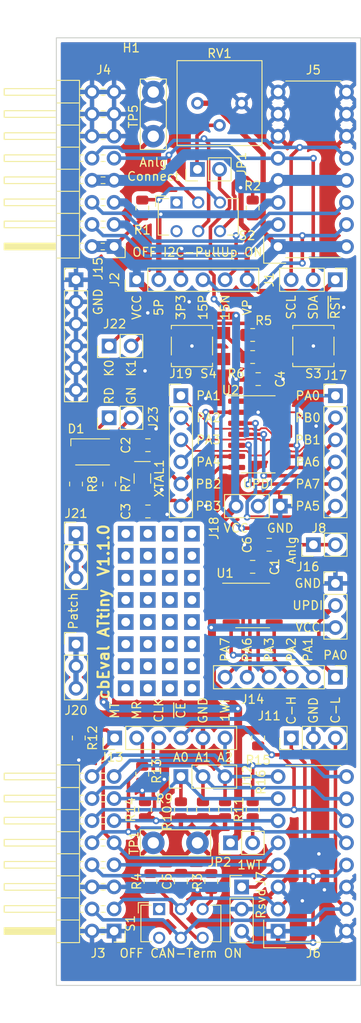
<source format=kicad_pcb>
(kicad_pcb (version 20210623) (generator pcbnew)
  (title_block (title "cbEval ATtiny412 & ATtiny1614") (rev "1.0.0"))
  (layers (0 "F.Cu" signal) (31 "B.Cu" signal) (34 "B.Paste" user) (35 "F.Paste" user) (36 "B.SilkS" user "B.Silkscreen") (37 "F.SilkS" user "F.Silkscreen") (38 "B.Mask" user) (39 "F.Mask" user) (44 "Edge.Cuts" user))
  (property "TITLE" "cbEval ATtiny")
  (property "VERSION" "V1.1.0")
  (net 0 "")
  (net 1 "VCC")
  (net 2 "GND")
  (net 3 "+5V")
  (net 4 "+3V3")
  (net 5 "/Reserved1")
  (net 6 "/SPI-ADR2")
  (net 7 "/One-Wire")
  (net 8 "+VDC")
  (net 9 "Net-(C5-Pad1)")
  (net 10 "Net-(R3-Pad2)")
  (net 11 "Net-(R4-Pad2)")
  (net 14 "-15V")
  (net 15 "+15V")
  (net 16 "/I2C-SCL")
  (net 17 "/I2C-SDA")
  (net 18 "/SPI-ADR1")
  (net 19 "/SPI-ADR0")
  (net 20 "/SPI-~{CE}")
  (net 21 "/SPI-CLK")
  (net 22 "/SPI-MRST")
  (net 23 "/SPI-MTSR")
  (net 24 "/CAN-L")
  (net 25 "/CAN-H")
  (net 26 "Net-(R1-Pad1)")
  (net 27 "Net-(R2-Pad1)")
  (net 28 "Net-(J14-Pad6)")
  (net 29 "Net-(J14-Pad5)")
  (net 30 "Net-(J14-Pad4)")
  (net 31 "Net-(J14-Pad3)")
  (net 32 "Net-(J14-Pad2)")
  (net 33 "Net-(J14-Pad1)")
  (net 34 "/PA5")
  (net 35 "/PA7")
  (net 36 "/PA6")
  (net 37 "/PB1")
  (net 38 "/PB0")
  (net 39 "/PA0")
  (net 40 "PB2")
  (net 41 "PB3")
  (net 42 "/PA4")
  (net 43 "/PA3")
  (net 44 "/PA2")
  (net 45 "/PA1")
  (net 48 "Net-(D1-Pad4)")
  (net 49 "Net-(D1-Pad3)")
  (net 50 "Net-(J20-Pad1)")
  (net 51 "Net-(D1-Pad2)")
  (net 52 "Net-(D1-Pad1)")
  (net 53 "Net-(J21-Pad1)")
  (net 54 "Net-(J22-Pad1)")
  (net 55 "Net-(J22-Pad2)")
  (net 56 "/Reserved0")
  (net 57 "Net-(C6-Pad1)")
  (net 58 "Net-(JP1-Pad1)")
  (net 59 "Net-(JP2-Pad2)")
  (footprint "BTech.Housing:Camdenboss.CIME.E.BE3500S.1x" (layer "F.Cu") (at 146.05 100.965)
    (fp_text reference "H1")
    (fp_text value "CIME.E.BE3500S.1x")
    (fp_line (start -17.5 54.5) (end -17.5 -54.5) (layer "Edge.Cuts") (width 0.12))
    (fp_line (start 17.5 54.5) (end -17.5 54.5) (layer "Edge.Cuts") (width 0.12))
    (fp_line (start -17.5 -54.5) (end 17.5 -54.5) (layer "Edge.Cuts") (width 0.12))
    (fp_line (start 17.5 -54.5) (end 17.5 54.5) (layer "Edge.Cuts") (width 0.12))
  )
  (footprint "Resistor_SMD:R_0805_2012Metric" (layer "F.Cu") (at 130.81 97.79 90)
    (fp_text reference "R8")
    (fp_text value "649R" hide)
  )
  (footprint "Resistor_SMD:R_0805_2012Metric" (layer "F.Cu") (at 151.13 80.645)
    (fp_text reference "R5")
    (fp_text value "4k7" hide)
  )
  (footprint "Resistor_SMD:R_0805_2012Metric" (layer "F.Cu") (at 138.7475 135.255 90)
    (fp_text reference "R14")
    (fp_text value "10k" hide)
  )
  (footprint "Connector_PinHeader_2.54mm:PinHeader_1x03_P2.54mm_Vertical" (layer "F.Cu") (at 160.64 74.295 -90)
    (fp_text reference "J1")
    (fp_text value "Bergstik-II_3" hide)
  )
  (footprint "Resistor_SMD:R_0805_2012Metric" (layer "F.Cu") (at 142.875 135.255 -90)
    (fp_text reference "R9")
    (fp_text value "10k" hide)
  )
  (footprint "LED_SMD:LED_Avago_PLCC4_3.2x2.8mm_CW" (layer "F.Cu") (at 132.715 94.095)
    (fp_text reference "D1")
    (fp_text value "E682KRKGWT" hide)
  )
  (footprint "Connector_PinHeader_2.54mm:PinHeader_1x03_P2.54mm_Vertical" (layer "F.Cu") (at 130.81 103.505)
    (fp_text reference "J21")
    (fp_text value "Bergstik-II_3" hide)
  )
  (footprint "Potentiometer_THT:Potentiometer_Bourns_3386P_Vertical" (layer "F.Cu") (at 144.78 53.99 -90)
    (fp_text reference "RV1")
    (fp_text value "4k7" hide)
  )
  (footprint "Capacitor_SMD:C_0805_2012Metric" (layer "F.Cu") (at 139.08 100.945)
    (fp_text reference "C3")
    (fp_text value "FixMe" hide)
  )
  (footprint "Connector_PinHeader_2.54mm:PinHeader_1x03_P2.54mm_Vertical" (layer "F.Cu") (at 130.81 116.205)
    (fp_text reference "J20")
    (fp_text value "Bergstik-II_3" hide)
  )
  (footprint "Package_SO:SOIC-8_3.9x4.9mm_P1.27mm" (layer "F.Cu") (at 151.13 111.76)
    (fp_text reference "U1")
    (fp_text value "ATtiny412-SSFR" hide)
  )
  (footprint "Crystal:Crystal_SMD_MicroCrystal_CC7V-T1A-2Pin_3.2x1.5mm" (layer "F.Cu") (at 138.445 97.155 -90)
    (fp_text reference "XTAL1")
    (fp_text value "CC7VT1A.12P5" hide)
  )
  (footprint "Connector_PinHeader_2.54mm:PinHeader_1x03_P2.54mm_Vertical" (layer "F.Cu") (at 155.575 127 90)
    (fp_text reference "J11")
    (fp_text value "Bergstik-II_3" hide)
  )
  (footprint "Button_Switch_THT:SW_CuK_JS202011CQN_DPDT_Straight" (layer "F.Cu") (at 142.3725 65.405)
    (fp_text reference "S2")
    (fp_text value "C&K-JS202011" hide)
  )
  (footprint "BTech.Connector.AMPMODU-ModII:Socket.Hor.2x5.6-5535512-4" (layer "F.Cu") (at 161.925 141.605)
    (fp_text reference "J6")
    (fp_text value "Socket.Hor.2x8.1-5535512-8" hide)
  )
  (footprint "Resistor_SMD:R_0805_2012Metric" (layer "F.Cu") (at 134.62 97.79 90)
    (fp_text reference "R7")
    (fp_text value "649R" hide)
  )
  (footprint "BTech.PCB:Stripfield-4x4" (layer "F.Cu") (at 136.525 111.125)
    (fp_text reference "H3" hide)
    (fp_text value "Stripfield-4x4" hide)
  )
  (footprint "BTech.PCB:Stripfield-4x4" (layer "F.Cu") (at 136.525 121.285)
    (fp_text reference "H2" hide)
    (fp_text value "Stripfield-4x4" hide)
  )
  (footprint "Connector_PinHeader_2.54mm:PinHeader_1x03_P2.54mm_Vertical" (layer "F.Cu") (at 160.655 109.22)
    (fp_text reference "J16")
    (fp_text value "Bergstik-II_3" hide)
  )
  (footprint "Capacitor_SMD:C_0805_2012Metric" (layer "F.Cu") (at 142.875 143.51 -90)
    (fp_text reference "C5")
    (fp_text value "4n7" hide)
  )
  (footprint "Resistor_SMD:R_0805_2012Metric" (layer "F.Cu") (at 151.13 135.255 90)
    (fp_text reference "R16")
    (fp_text value "4k7" hide)
  )
  (footprint "Connector_PinHeader_2.54mm:PinHeader_1x02_P2.54mm_Vertical" (layer "F.Cu") (at 144.78 61.595 90)
    (fp_text reference "JP1")
    (fp_text value "Bergstik-II_2" hide)
  )
  (footprint "TestPoint:TestPoint_Bridge_Pitch5.08mm_Drill1.3mm" (layer "F.Cu") (at 139.7 139.065)
    (fp_text reference "TP1")
    (fp_text value "TAB1287" hide)
  )
  (footprint "Connector_PinHeader_2.54mm:PinHeader_1x03_P2.54mm_Vertical" (layer "F.Cu") (at 149.86 144.145)
    (fp_text reference "J7")
    (fp_text value "Bergstik-II_3" hide)
  )
  (footprint "TestPoint:TestPoint_Bridge_Pitch5.08mm_Drill1.3mm" (layer "F.Cu") (at 139.7 52.705 -90)
    (fp_text reference "TP5")
    (fp_text value "TAB1287" hide)
  )
  (footprint "Resistor_SMD:R_0805_2012Metric" (layer "F.Cu") (at 146.3675 143.51 -90)
    (fp_text reference "R3")
    (fp_text value "60R4" hide)
  )
  (footprint "Resistor_SMD:R_0805_2012Metric" (layer "F.Cu") (at 138.43 66.04 -90)
    (fp_text reference "R1")
    (fp_text value "4k7" hide)
  )
  (footprint "Connector_PinHeader_2.54mm:PinHeader_2x08_P2.54mm_Horizontal" (layer "F.Cu") (at 135.19 149.21 180)
    (fp_text reference "J3")
    (fp_text value "Header.Hor.2x8.9-103326-0-08" hide)
  )
  (footprint "Resistor_SMD:R_0805_2012Metric" (layer "F.Cu") (at 131.1275 127 -90)
    (fp_text reference "R12")
    (fp_text value "10k" hide)
  )
  (footprint "Resistor_SMD:R_0805_2012Metric" (layer "F.Cu") (at 151.13 66.04 -90)
    (fp_text reference "R2")
    (fp_text value "4k7" hide)
  )
  (footprint "Connector_PinHeader_2.54mm:PinHeader_2x08_P2.54mm_Horizontal" (layer "F.Cu") (at 135.19 70.47 180)
    (fp_text reference "J4")
    (fp_text value "Header.Hor.2x8.9-103326-0-08" hide)
  )
  (footprint "Capacitor_SMD:C_0805_2012Metric" (layer "F.Cu") (at 151.13 107.315)
    (fp_text reference "C1")
    (fp_text value "100n" hide)
  )
  (footprint "Resistor_SMD:R_0805_2012Metric" (layer "F.Cu") (at 147.955 135.255 -90)
    (fp_text reference "R11")
    (fp_text value "10k" hide)
  )
  (footprint "Resistor_SMD:R_0805_2012Metric" (layer "F.Cu") (at 138.43 131.1675 -90)
    (fp_text reference "R13")
    (fp_text value "10k" hide)
  )
  (footprint "Resistor_SMD:R_0805_2012Metric" (layer "F.Cu") (at 151.13 83.185 180)
    (fp_text reference "R6")
    (fp_text value "4k7" hide)
  )
  (footprint "Resistor_SMD:R_0805_2012Metric" (layer "F.Cu") (at 139.3825 143.51 -90)
    (fp_text reference "R4")
    (fp_text value "60R4" hide)
  )
  (footprint "Connector_PinHeader_2.54mm:PinHeader_1x06_P2.54mm_Vertical" (layer "F.Cu") (at 135.255 127 90)
    (fp_text reference "J13")
    (fp_text value "Bergstik-II_6" hide)
  )
  (footprint "Connector_PinHeader_2.54mm:PinHeader_1x03_P2.54mm_Vertical" (layer "F.Cu") (at 142.875 131.445 90)
    (fp_text reference "J12")
    (fp_text value "Bergstik-II_3" hide)
  )
  (footprint "Connector_PinHeader_2.54mm:PinHeader_1x06_P2.54mm_Vertical" (layer "F.Cu") (at 137.795 74.295 90)
    (fp_text reference "J2")
    (fp_text value "Bergstik-II_6" hide)
  )
  (footprint "Package_SO:SOIC-14_3.9x8.7mm_P1.27mm" (layer "F.Cu") (at 151.765 92.075)
    (fp_text reference "U2")
    (fp_text value "ATtiny1614-SSFR" hide)
  )
  (footprint "Connector_PinHeader_2.54mm:PinHeader_1x02_P2.54mm_Vertical" (layer "F.Cu") (at 134.615 81.915 90)
    (fp_text reference "J22")
    (fp_text value "Bergstik-II_2" hide)
  )
  (footprint "BTech.Connector.AMPMODU-ModII:Socket.Hor.2x5.6-5535512-4" (layer "F.Cu") (at 161.925 62.865)
    (fp_text reference "J5")
    (fp_text value "Socket.Hor.2x8.1-5535512-8" hide)
  )
  (footprint "Connector_PinHeader_2.54mm:PinHeader_1x06_P2.54mm_Vertical" (layer "F.Cu") (at 160.655 87.63)
    (fp_text reference "J17")
    (fp_text value "Bergstik-II_6" hide)
  )
  (footprint "Capacitor_SMD:C_0805_2012Metric" (layer "F.Cu") (at 153.035 104.775 180)
    (fp_text reference "C6")
    (fp_text value "33n" hide)
  )
  (footprint "Connector_PinHeader_2.54mm:PinHeader_1x03_P2.54mm_Vertical" (layer "F.Cu") (at 154.305 100.33 -90)
    (fp_text reference "J18")
    (fp_text value "Bergstik-II_3" hide)
  )
  (footprint "Connector_PinHeader_2.54mm:PinHeader_1x06_P2.54mm_Vertical" (layer "F.Cu") (at 142.875 87.63)
    (fp_text reference "J19")
    (fp_text value "Bergstik-II_6" hide)
  )
  (footprint "Connector_PinHeader_2.54mm:PinHeader_1x06_P2.54mm_Vertical" (layer "F.Cu") (at 160.655 120.015 -90)
    (fp_text reference "J14")
    (fp_text value "Bergstik-II_6" hide)
  )
  (footprint "Capacitor_SMD:C_0805_2012Metric" (layer "F.Cu") (at 151.765 85.725)
    (fp_text reference "C4")
    (fp_text value "100n" hide)
  )
  (footprint "Button_Switch_SMD:SW_SPST_TL3305A" (layer "F.Cu") (at 158.115 81.915)
    (fp_text reference "S3")
    (fp_text value "TL3305A" hide)
  )
  (footprint "Button_Switch_THT:SW_CuK_JS202011CQN_DPDT_Straight" (layer "F.Cu") (at 140.375 146.685)
    (fp_text reference "S1")
    (fp_text value "C&K-JS202011" hide)
  )
  (footprint "Connector_PinHeader_2.54mm:PinHeader_1x02_P2.54mm_Vertical" (layer "F.Cu") (at 158.115 104.77 90)
    (fp_text reference "J8")
    (fp_text value "Bergstik-II_2" hide)
  )
  (footprint "Button_Switch_SMD:SW_SPST_TL3305A" (layer "F.Cu") (at 144.145 81.915)
    (fp_text reference "S4")
    (fp_text value "TL3305A" hide)
  )
  (footprint "Connector_PinHeader_2.54mm:PinHeader_1x02_P2.54mm_Vertical" (layer "F.Cu") (at 148.585 139.065 90)
    (fp_text reference "JP2")
    (fp_text value "Bergstik-II_2" hide)
  )
  (footprint "Connector_PinHeader_2.54mm:PinHeader_1x06_P2.54mm_Vertical" (layer "F.Cu") (at 130.81 74.295)
    (fp_text reference "J15")
    (fp_text value "Bergstik-II_6" hide)
  )
  (footprint "Resistor_SMD:R_0805_2012Metric" (layer "F.Cu") (at 151.765 127 -90)
    (fp_text reference "R15")
    (fp_text value "10k" hide)
  )
  (footprint "Capacitor_SMD:C_0805_2012Metric" (layer "F.Cu") (at 139.08 93.325)
    (fp_text reference "C2")
    (fp_text value "FixMe" hide)
  )
  (footprint "Resistor_SMD:R_0805_2012Metric" (layer "F.Cu") (at 145.415 135.255 -90)
    (fp_text reference "R10")
    (fp_text value "10k" hide)
  )
  (footprint "Connector_PinHeader_2.54mm:PinHeader_1x02_P2.54mm_Vertical" (layer "F.Cu") (at 134.62 90.17 90)
    (fp_text reference "J23")
    (fp_text value "Bergstik-II_2" hide)
  )
  (gr_text "RD" (at 134.62 87.63 90) (layer "F.SilkS") (effects (font (size 1 1))))
  (gr_text "Anlg\nConnect" (at 139.7 61.595) (layer "F.SilkS") (effects (font (size 1 1))))
  (gr_text "PA6" (at 157.48 95.25) (layer "F.SilkS") (effects (font (size 1 1))))
  (gr_text "UPDI" (at 151.765 97.79) (layer "F.SilkS") (effects (font (size 1 1))))
  (gr_text "PA7" (at 147.955 116.84 90) (layer "F.SilkS") (effects (font (size 1 1))))
  (gr_text "CLK" (at 140.335 123.825 90) (layer "F.SilkS") (effects (font (size 1 1))))
  (gr_text "PA1" (at 157.48 116.84 90) (layer "F.SilkS") (effects (font (size 1 1))))
  (gr_text "5P" (at 140.335 77.47 90) (layer "F.SilkS") (effects (font (size 1 1))))
  (gr_text "SDA" (at 158.1 77.47 90) (layer "F.SilkS") (effects (font (size 1 1))))
  (gr_text "PB3" (at 146.05 100.33) (layer "F.SilkS") (effects (font (size 1 1))))
  (gr_text "PB0" (at 157.48 90.17) (layer "F.SilkS") (effects (font (size 1 1))))
  (gr_text "${TITLE}" (at 133.985 116.205 90) (layer "F.SilkS") (effects (font (size 1.27 1.27) (thickness 0.254))))
  (gr_text "PA4" (at 146.05 95.25) (layer "F.SilkS") (effects (font (size 1 1))))
  (gr_text "PA7" (at 157.48 97.79) (layer "F.SilkS") (effects (font (size 1 1))))
  (gr_text "PB2" (at 146.05 97.79) (layer "F.SilkS") (effects (font (size 1 1))))
  (gr_text "GND" (at 145.415 123.825 90) (layer "F.SilkS") (effects (font (size 1 1))))
  (gr_text "~{CE}" (at 142.875 123.825 90) (layer "F.SilkS") (effects (font (size 1 1))))
  (gr_text "GN" (at 137.16 87.63 90) (layer "F.SilkS") (effects (font (size 1 1))))
  (gr_text "A2" (at 147.955 129.2225) (layer "F.SilkS") (effects (font (size 1 1))))
  (gr_text "1WT" (at 150.8125 141.605) (layer "F.SilkS") (effects (font (size 1 1))))
  (gr_text "GND" (at 157.48 109.22) (layer "F.SilkS") (effects (font (size 1 1))))
  (gr_text "PA3" (at 153.035 116.84 90) (layer "F.SilkS") (effects (font (size 1 1))))
  (gr_text "GND" (at 154.305 102.87) (layer "F.SilkS") (effects (font (size 1 1))))
  (gr_text "15N" (at 147.955 77.47 90) (layer "F.SilkS") (effects (font (size 1 1))))
  (gr_text "Patch" (at 130.4925 112.395 90) (layer "F.SilkS") (effects (font (size 1 1))))
  (gr_text "PA0" (at 160.655 117.475) (layer "F.SilkS") (effects (font (size 1 1))))
  (gr_text "${VERSION}" (at 133.985 105.41 90) (layer "F.SilkS") (effects (font (size 1.27 1.27) (thickness 0.254))))
  (gr_text "GND" (at 133.35 76.835 90) (layer "F.SilkS") (effects (font (size 1 1))))
  (gr_text "K1" (at 137.16 84.455 90) (layer "F.SilkS") (effects (font (size 1 1))))
  (gr_text "MT" (at 135.255 123.825 90) (layer "F.SilkS") (effects (font (size 1 1))))
  (gr_text "A0" (at 142.875 129.2225) (layer "F.SilkS") (effects (font (size 1 1))))
  (gr_text "UPDI" (at 157.48 111.76) (layer "F.SilkS") (effects (font (size 1 1))))
  (gr_text "PA2" (at 146.05 90.17) (layer "F.SilkS") (effects (font (size 1 1))))
  (gr_text "1Wi" (at 147.955 123.825 90) (layer "F.SilkS") (effects (font (size 1 1))))
  (gr_text "GND" (at 158.115 123.825 90) (layer "F.SilkS") (effects (font (size 1 1))))
  (gr_text "VCC" (at 149.225 102.87) (layer "F.SilkS") (effects (font (size 1 1))))
  (gr_text "SCL" (at 155.56 77.47 90) (layer "F.SilkS") (effects (font (size 1 1))))
  (gr_text "PA5" (at 157.48 100.33) (layer "F.SilkS") (effects (font (size 1 1))))
  (gr_text "15P" (at 145.415 77.47 90) (layer "F.SilkS") (effects (font (size 1 1))))
  (gr_text "PA1" (at 146.05 87.63) (layer "F.SilkS") (effects (font (size 1 1))))
  (gr_text "VCC" (at 157.48 114.3) (layer "F.SilkS") (effects (font (size 1 1))))
  (gr_text "PA2" (at 155.575 116.84 90) (layer "F.SilkS") (effects (font (size 1 1))))
  (gr_text "VCC" (at 137.795 77.47 90) (layer "F.SilkS") (effects (font (size 1 1))))
  (gr_text "PA6" (at 150.495 116.84 90) (layer "F.SilkS") (effects (font (size 1 1))))
  (gr_text "PA3" (at 146.05 92.71) (layer "F.SilkS") (effects (font (size 1 1))))
  (gr_text "VP" (at 150.495 77.47 90) (layer "F.SilkS") (effects (font (size 1 1))))
  (gr_text "~{RST}" (at 160.64 77.47 90) (layer "F.SilkS") (effects (font (size 1 1))))
  (gr_text "OFF CAN-Term ON" (at 142.875 151.765) (layer "F.SilkS") (effects (font (size 1 1))))
  (gr_text "3P3" (at 142.875 77.47 90) (layer "F.SilkS") (effects (font (size 1 1))))
  (gr_text "OFF I2C-PullUp ON" (at 144.78 71.12) (layer "F.SilkS") (effects (font (size 1 1))))
  (gr_text "PA0" (at 157.48 87.63) (layer "F.SilkS") (effects (font (size 1 1))))
  (gr_text "C-H" (at 155.575 123.825 90) (layer "F.SilkS") (effects (font (size 1 1))))
  (gr_text "C-L" (at 160.655 123.825 90) (layer "F.SilkS") (effects (font (size 1 1))))
  (gr_text "Rsvd" (at 152.0825 146.05 90) (layer "F.SilkS") (effects (font (size 1 1))))
  (gr_text "Anlg" (at 155.575 105.41 90) (layer "F.SilkS") (effects (font (size 1 1))))
  (gr_text "K0" (at 134.62 84.455 90) (layer "F.SilkS") (effects (font (size 1 1))))
  (gr_text "A1" (at 145.415 129.2225) (layer "F.SilkS") (effects (font (size 1 1))))
  (gr_text "PB1" (at 157.48 92.71) (layer "F.SilkS") (effects (font (size 1 1))))
  (gr_text "MR" (at 137.795 123.825 90) (layer "F.SilkS") (effects (font (size 1 1))))
  (segment (start 149.429594 123.620406) (end 146.448289 120.639101) (width 0.9144) (layer "F.Cu") (net 1))
  (segment (start 137.795 74.295) (end 141.9225 78.4225) (width 0.9144) (layer "F.Cu") (net 1))
  (segment (start 150.815 87.945) (end 150.815 85.725) (width 0.6096) (layer "F.Cu") (net 1))
  (segment (start 152.0425 83.86) (end 152.0425 83.185) (width 0.6096) (layer "F.Cu") (net 1))
  (segment (start 148.585 139.065) (end 149.461711 138.188289) (width 0.9144) (layer "F.Cu") (net 1))
  (segment (start 149.461711 123.652523) (end 149.429594 123.620406) (width 0.9144) (layer "F.Cu") (net 1))
  (segment (start 150.815 85.725) (end 150.815 85.0875) (width 0.6096) (layer "F.Cu") (net 1))
  (segment (start 150.495 88.265) (end 150.815 87.945) (width 0.6096) (layer "F.Cu") (net 1))
  (segment (start 141.9225 78.4225) (end 149.225 78.4225) (width 0.9144) (layer "F.Cu") (net 1))
  (segment (start 132.715 98.7425) (end 132.755 98.7025) (width 0.9144) (layer "F.Cu") (net 1))
  (segment (start 146.448289 120.639101) (end 146.448289 107.234211) (width 0.9144) (layer "F.Cu") (net 1))
  (segment (start 152.334364 66.740636) (end 152.334364 68.764364) (width 0.6096) (layer "F.Cu") (net 1))
  (segment (start 149.461711 138.188289) (end 149.461711 126.763289) (width 0.9144) (layer "F.Cu") (net 1))
  (segment (start 149.29 88.265) (end 150.495 88.265) (width 0.6096) (layer "F.Cu") (net 1))
  (segment (start 132.755 98.7025) (end 134.62 98.7025) (width 0.9144) (layer "F.Cu") (net 1))
  (segment (start 152.43375 68.86375) (end 154.055 70.485) (width 0.6096) (layer "F.Cu") (net 1))
  (segment (start 150.18 107.315) (end 146.529078 107.315) (width 0.6096) (layer "F.Cu") (net 1))
  (segment (start 150.1775 126.0475) (end 150.2175 126.0875) (width 0.9144) (layer "F.Cu") (net 1))
  (segment (start 152.0425 83.185) (end 152.0425 82.8275) (width 0.6096) (layer "F.Cu") (net 1))
  (segment (start 150.2175 81.0025) (end 150.2175 80.645) (width 0.6096) (layer "F.Cu") (net 1))
  (segment (start 151.13 66.9525) (end 152.1225 66.9525) (width 0.6096) (layer "F.Cu") (net 1))
  (segment (start 149.86 109.855) (end 150.18 109.535) (width 0.6096) (layer "F.Cu") (net 1))
  (segment (start 149.461711 126.763289) (end 150.1775 126.0475) (width 0.9144) (layer "F.Cu") (net 1))
  (segment (start 138.43 66.9525) (end 138.43 67.23) (width 0.4064) (layer "F.Cu") (net 1))
  (segment (start 146.448289 103.106711) (end 149.225 100.33) (width 0.9144) (layer "F.Cu") (net 1))
  (segment (start 149.461711 126.763289) (end 149.461711 123.652523) (width 0.9144) (layer "F.Cu") (net 1))
  (segment (start 132.715 98.7425) (end 132.675 98.7025) (width 0.9144) (layer "F.Cu") (net 1))
  (segment (start 150.18 109.535) (end 150.18 107.315) (width 0.6096) (layer "F.Cu") (net 1))
  (segment (start 152.334364 65.748136) (end 152.334364 59.812926) (width 0.6096) (layer "F.Cu") (net 1))
  (segment (start 152.334364 59.812926) (end 146.511438 53.99) (width 0.6096) (layer "F.Cu") (net 1))
  (segment (start 148.655 109.855) (end 149.86 109.855) (width 0.6096) (layer "F.Cu") (net 1))
  (segment (start 150.815 85.725) (end 149.225 85.725) (width 0.6096) (layer "F.Cu") (net 1))
  (segment (start 150.2175 126.0875) (end 151.765 126.0875) (width 0.9144) (layer "F.Cu") (net 1))
  (segment (start 132.675 98.7025) (end 130.81 98.7025) (width 0.9144) (layer "F.Cu") (net 1))
  (segment (start 152.334364 68.764364) (end 152.43375 68.86375) (width 0.6096) (layer "F.Cu") (net 1))
  (segment (start 132.715 100.0125) (end 132.715 98.7425) (width 0.9144) (layer "F.Cu") (net 1))
  (segment (start 150.815 85.0875) (end 152.0425 83.86) (width 0.6096) (layer "F.Cu") (net 1))
  (segment (start 152.0425 82.8275) (end 150.2175 81.0025) (width 0.6096) (layer "F.Cu") (net 1))
  (segment (start 138.43 67.23) (end 135.19 70.47) (width 0.4064) (layer "F.Cu") (net 1))
  (segment (start 133.985 101.2825) (end 132.715 100.0125) (width 0.9144) (layer "F.Cu") (net 1))
  (segment (start 133.985 122.8725) (end 133.985 101.2825) (width 0.9144) (layer "F.Cu") (net 1))
  (segment (start 146.511438 53.99) (end 144.78 53.99) (width 0.6096) (layer "F.Cu") (net 1))
  (segment (start 146.448289 107.234211) (end 146.448289 103.106711) (width 0.9144) (layer "F.Cu") (net 1))
  (segment (start 152.334364 65.748136) (end 152.334364 66.740636) (width 0.6096) (layer "F.Cu") (net 1))
  (segment (start 152.1225 66.9525) (end 152.334364 66.740636) (width 0.6096) (layer "F.Cu") (net 1))
  (segment (start 146.529078 107.315) (end 146.448289 107.234211) (width 0.6096) (layer "F.Cu") (net 1))
  (via (at 146.3675 114.3) (size 0.8) (drill 0.4) (layers "F.Cu" "B.Cu") (net 1))
  (via (at 149.225 78.4225) (size 0.8) (drill 0.4) (layers "F.Cu" "B.Cu") (net 1))
  (via (at 133.985 122.8725) (size 0.8) (drill 0.4) (layers "F.Cu" "B.Cu") (net 1))
  (via (at 149.225 85.725) (size 0.8) (drill 0.4) (layers "F.Cu" "B.Cu") (net 1))
  (via (at 149.429594 123.620406) (size 0.8) (drill 0.4) (layers "F.Cu" "B.Cu") (net 1))
  (segment (start 149.225 100.33) (end 149.120799 100.225799) (width 0.9144) (layer "B.Cu") (net 1))
  (segment (start 134.732906 123.620406) (end 133.985 122.8725) (width 0.9144) (layer "B.Cu") (net 1))
  (segment (start 154.055 70.485) (end 161.925 70.485) (width 1.27) (layer "B.Cu") (net 1))
  (segment (start 149.120799 85.829201) (end 149.225 85.725) (width 0.9144) (layer "B.Cu") (net 1))
  (segment (start 132.65 70.47) (end 135.19 70.47) (width 1.27) (layer "B.Cu") (net 1))
  (segment (start 137.795 74.295) (end 137.795 73.075) (width 0.9144) (layer "B.Cu") (net 1))
  (segment (start 149.120799 100.225799) (end 149.120799 85.829201) (width 0.9144) (layer "B.Cu") (net 1))
  (segment (start 151.932473 72.607527) (end 154.055 70.485) (width 1.27) (layer "B.Cu") (net 1))
  (segment (start 135.19 70.47) (end 137.327527 72.607527) (width 1.27) (layer "B.Cu") (net 1))
  (segment (start 149.429594 123.620406) (end 134.732906 123.620406) (width 0.9144) (layer "B.Cu") (net 1))
  (segment (start 160.655 114.3) (end 146.3675 114.3) (width 0.9144) (layer "B.Cu") (net 1))
  (segment (start 137.327527 72.607527) (end 151.932473 72.607527) (width 1.27) (layer "B.Cu") (net 1))
  (segment (start 149.225 85.725) (end 149.225 78.4225) (width 0.9144) (layer "B.Cu") (net 1))
  (segment (start 137.795 73.075) (end 137.327527 72.607527) (width 0.9144) (layer "B.Cu") (net 1))
  (segment (start 138.43 134.025) (end 138.7475 134.3425) (width 0.6096) (layer "F.Cu") (net 2))
  (segment (start 138.43 133.0325) (end 138.43 134.025) (width 0.6096) (layer "F.Cu") (net 2))
  (segment (start 138.43 132.08) (end 138.43 133.0325) (width 0.6096) (layer "F.Cu") (net 2))
  (segment (start 152.715 87.945) (end 152.715 85.725) (width 0.6096) (layer "F.Cu") (net 2))
  (segment (start 153.035 88.265) (end 152.715 87.945) (width 0.6096) (layer "F.Cu") (net 2))
  (segment (start 145.415 136.1675) (end 147.955 136.1675) (width 0.6096) (layer "F.Cu") (net 2))
  (segment (start 152.4 109.855) (end 152.08 109.535) (width 0.6096) (layer "F.Cu") (net 2))
  (segment (start 153.605 109.855) (end 152.4 109.855) (width 0.6096) (layer "F.Cu") (net 2))
  (segment (start 142.875 136.1675) (end 145.415 136.1675) (width 0.6096) (layer "F.Cu") (net 2))
  (segment (start 154.24 88.265) (end 153.035 88.265) (width 0.6096) (layer "F.Cu") (net 2))
  (segment (start 152.08 109.535) (end 152.08 107.315) (width 0.6096) (layer "F.Cu") (net 2))
  (via (at 144.145 81.915) (size 0.8) (drill 0.4) (layers "F.Cu" "B.Cu") (net 2))
  (via (at 153.9875 107.315) (size 0.8) (drill 0.4) (layers "F.Cu" "B.Cu") (net 2))
  (via (at 158.115 81.915) (size 0.8) (drill 0.4) (layers "F.Cu" "B.Cu") (net 2))
  (via (at 131.1275 129.54) (size 0.8) (drill 0.4) (layers "F.Cu" "B.Cu") (net 2))
  (via (at 139.065 78.105) (size 0.8) (drill 0.4) (layers "F.Cu" "B.Cu") (net 2))
  (via (at 159.385 144.4625) (size 0.8) (drill 0.4) (layers "F.Cu" "B.Cu") (net 2))
  (via (at 158.4325 91.1225) (size 0.8) (drill 0.4) (layers "F.Cu" "B.Cu") (net 2))
  (via (at 141.2875 101.2825) (size 0.8) (drill 0.4) (layers "F.Cu" "B.Cu") (net 2))
  (via (at 140.97 131.7625) (size 0.8) (drill 0.4) (layers "F.Cu" "B.Cu") (net 2))
  (via (at 145.7325 100.33) (size 0.8) (drill 0.4) (layers "F.Cu" "B.Cu") (net 2))
  (via (at 150.8125 77.47) (size 0.8) (drill 0.4) (layers "F.Cu" "B.Cu") (net 2))
  (via (at 143.8275 76.835) (size 0.8) (drill 0.4) (layers "F.Cu" "B.Cu") (net 2))
  (via (at 151.765 89.535) (size 0.8) (drill 0.4) (layers "F.Cu" "B.Cu") (net 2))
  (via (at 140.6525 98.425) (size 0.8) (drill 0.4) (layers "F.Cu" "B.Cu") (net 2))
  (via (at 156.845 145.7325) (size 0.8) (drill 0.4) (layers "F.Cu" "B.Cu") (net 2))
  (via (at 138.43 133.0325) (size 0.8) (drill 0.4) (layers "F.Cu" "B.Cu") (net 2))
  (via (at 138.7475 84.7725) (size 0.8) (drill 0.4) (layers "F.Cu" "B.Cu") (net 2))
  (via (at 158.75 140.335) (size 0.8) (drill 0.4) (layers "F.Cu" "B.Cu") (net 2))
  (via (at 145.7325 87.9475) (size 0.8) (drill 0.4) (layers "F.Cu" "B.Cu") (net 2))
  (via (at 150.1775 104.775) (size 0.8) (drill 0.4) (layers "F.Cu" "B.Cu") (net 2))
  (via (at 161.6075 77.47) (size 0.8) (drill 0.4) (layers "F.Cu" "B.Cu") (net 2))
  (via (at 140.0175 91.44) (size 0.8) (drill 0.4) (layers "F.Cu" "B.Cu") (net 2))
  (via (at 154.6225 85.725) (size 0.8) (drill 0.4) (layers "F.Cu" "B.Cu") (net 2))
  (via (at 144.78 144.4625) (size 0.8) (drill 0.4) (layers "F.Cu" "B.Cu") (net 2))
  (segment (start 140.335 74.295) (end 140.335 66.9925) (width 0.6096) (layer "F.Cu") (net 3))
  (segment (start 140.335 66.9925) (end 140.565789 66.761711) (width 0.6096) (layer "F.Cu") (net 3))
  (via (at 140.565789 66.761711) (size 0.8) (drill 0.4) (layers "F.Cu" "B.Cu") (net 3))
  (segment (start 152.852919 65.405) (end 154.055 65.405) (width 0.9144) (layer "B.Cu") (net 3))
  (segment (start 140.565789 66.761711) (end 151.496208 66.761711) (width 0.9144) (layer "B.Cu") (net 3))
  (segment (start 151.496208 66.761711) (end 152.852919 65.405) (width 0.9144) (layer "B.Cu") (net 3))
  (segment (start 137.827809 66.761711) (end 140.565789 66.761711) (width 0.9144) (layer "B.Cu") (net 3))
  (segment (start 135.19 65.39) (end 136.456098 65.39) (width 0.9144) (layer "B.Cu") (net 3))
  (segment (start 136.456098 65.39) (end 137.827809 66.761711) (width 0.9144) (layer "B.Cu") (net 3))
  (segment (start 142.875 70.8025) (end 142.967589 70.709911) (width 0.6096) (layer "F.Cu") (net 4))
  (segment (start 142.875 74.295) (end 142.875 70.8025) (width 0.6096) (layer "F.Cu") (net 4))
  (via (at 142.967589 70.709911) (size 0.8) (drill 0.4) (layers "F.Cu" "B.Cu") (net 4))
  (segment (start 142.967589 70.709911) (end 150.216187 70.709911) (width 0.9144) (layer "B.Cu") (net 4))
  (segment (start 150.216187 70.709911) (end 152.981098 67.945) (width 0.9144) (layer "B.Cu") (net 4))
  (segment (start 139.343814 70.709911) (end 142.967589 70.709911) (width 0.9144) (layer "B.Cu") (net 4))
  (segment (start 152.981098 67.945) (end 154.055 67.945) (width 0.9144) (layer "B.Cu") (net 4))
  (segment (start 136.563902 67.93) (end 139.343814 70.709911) (width 0.9144) (layer "B.Cu") (net 4))
  (segment (start 135.19 67.93) (end 136.563902 67.93) (width 0.9144) (layer "B.Cu") (net 4))
  (segment (start 158.115 142.875) (end 158.082289 142.907711) (width 0.4064) (layer "F.Cu") (net 5))
  (segment (start 158.082289 150.527711) (end 158.082289 142.907711) (width 0.4064) (layer "F.Cu") (net 5))
  (via (at 158.082289 142.907711) (size 0.8) (drill 0.4) (layers "F.Cu" "B.Cu") (net 5))
  (via (at 158.082289 150.527711) (size 0.8) (drill 0.4) (layers "F.Cu" "B.Cu") (net 5))
  (segment (start 133.902711 142.842711) (end 152.050211 142.842711) (width 0.4064) (layer "B.Cu") (net 5))
  (segment (start 158.115 150.495) (end 158.082289 150.527711) (width 0.4064) (layer "B.Cu") (net 5))
  (segment (start 152.0825 142.875) (end 160.655 142.875) (width 0.4064) (layer "B.Cu") (net 5))
  (segment (start 132.65 141.59) (end 133.902711 142.842711) (width 0.4064) (layer "B.Cu") (net 5))
  (segment (start 151.162711 150.527711) (end 158.082289 150.527711) (width 0.4064) (layer "B.Cu") (net 5))
  (segment (start 160.655 142.875) (end 161.925 141.605) (width 0.4064) (layer "B.Cu") (net 5))
  (segment (start 149.86 149.225) (end 151.162711 150.527711) (width 0.4064) (layer "B.Cu") (net 5))
  (segment (start 152.050211 142.842711) (end 152.0825 142.875) (width 0.4064) (layer "B.Cu") (net 5))
  (segment (start 147.955 134.3425) (end 147.955 131.445) (width 0.4064) (layer "F.Cu") (net 6))
  (segment (start 137.033622 129.586378) (end 146.096378 129.586378) (width 0.4064) (layer "B.Cu") (net 6))
  (segment (start 135.19 131.43) (end 137.033622 129.586378) (width 0.4064) (layer "B.Cu") (net 6))
  (segment (start 151.669387 131.445) (end 154.055001 131.445) (width 0.4064) (layer "B.Cu") (net 6))
  (segment (start 147.955 131.445) (end 151.669387 131.445) (width 0.4064) (layer "B.Cu") (net 6))
  (segment (start 146.096378 129.586378) (end 147.955 131.445) (width 0.4064) (layer "B.Cu") (net 6))
  (segment (start 151.13 134.3425) (end 151.13 130.175) (width 0.4064) (layer "F.Cu") (net 7))
  (via (at 151.13 130.175) (size 0.8) (drill 0.4) (layers "F.Cu" "B.Cu") (net 7))
  (segment (start 147.955 130.175) (end 151.13 130.175) (width 0.4064) (layer "B.Cu") (net 7))
  (segment (start 135.099533 128.980467) (end 146.760467 128.980467) (width 0.4064) (layer "B.Cu") (net 7))
  (segment (start 158.115 130.175) (end 159.385 131.445) (width 0.4064) (layer "B.Cu") (net 7))
  (segment (start 159.385 131.445) (end 161.925 131.445) (width 0.4064) (layer "B.Cu") (net 7))
  (segment (start 147.955 127) (end 147.955 130.175) (width 0.4064) (layer "B.Cu") (net 7))
  (segment (start 132.65 131.43) (end 135.099533 128.980467) (width 0.4064) (layer "B.Cu") (net 7))
  (segment (start 151.13 130.175) (end 158.115 130.175) (width 0.4064) (layer "B.Cu") (net 7))
  (segment (start 146.760467 128.980467) (end 147.955 130.175) (width 0.4064) (layer "B.Cu") (net 7))
  (segment (start 150.495 74.295) (end 151.849311 75.649311) (width 0.6096) (layer "F.Cu") (net 8))
  (segment (start 159.285689 75.649311) (end 160.64 74.295) (width 0.6096) (layer "F.Cu") (net 8))
  (segment (start 149.788633 63.746133) (end 149.7425 63.7) (width 0.6096) (layer "F.Cu") (net 8))
  (segment (start 150.495 68.58) (end 149.788633 67.873633) (width 0.6096) (layer "F.Cu") (net 8))
  (segment (start 151.849311 75.649311) (end 159.285689 75.649311) (width 0.6096) (layer "F.Cu") (net 8))
  (segment (start 150.495 74.295) (end 150.495 68.58) (width 0.6096) (layer "F.Cu") (net 8))
  (segment (start 149.788633 67.873633) (end 149.788633 63.746133) (width 0.6096) (layer "F.Cu") (net 8))
  (via (at 149.7425 63.7) (size 0.8) (drill 0.4) (layers "F.Cu" "B.Cu") (net 8))
  (segment (start 132.65 62.85) (end 135.19 62.85) (width 1.27) (layer "B.Cu") (net 8))
  (segment (start 149.7425 61.635241) (end 149.7425 63.7) (width 1.27) (layer "B.Cu") (net 8))
  (segment (start 153.22 63.7) (end 154.055 62.865) (width 1.27) (layer "B.Cu") (net 8))
  (segment (start 154.055 62.865) (end 161.925 62.865) (width 1.27) (layer "B.Cu") (net 8))
  (segment (start 135.19 62.85) (end 135.205 62.865) (width 1.27) (layer "B.Cu") (net 8))
  (segment (start 149.7425 63.7) (end 153.22 63.7) (width 1.27) (layer "B.Cu") (net 8))
  (segment (start 135.205 62.865) (end 140.335 62.865) (width 1.27) (layer "B.Cu") (net 8))
  (segment (start 148.017748 59.910489) (end 149.7425 61.635241) (width 1.27) (layer "B.Cu") (net 8))
  (segment (start 143.289511 59.910489) (end 148.017748 59.910489) (width 1.27) (layer "B.Cu") (net 8))
  (segment (start 140.335 62.865) (end 143.289511 59.910489) (width 1.27) (layer "B.Cu") (net 8))
  (segment (start 142.8375 142.5975) (end 142.875 142.56) (width 0.4064) (layer "F.Cu") (net 9))
  (segment (start 139.3825 142.5975) (end 142.8375 142.5975) (width 0.4064) (layer "F.Cu") (net 9))
  (segment (start 142.875 142.56) (end 146.33 142.56) (width 0.4064) (layer "F.Cu") (net 9))
  (segment (start 146.33 142.56) (end 146.3675 142.5975) (width 0.4064) (layer "F.Cu") (net 9))
  (segment (start 146.3675 145.6925) (end 145.375 146.685) (width 0.4064) (layer "F.Cu") (net 10))
  (segment (start 146.3675 144.4225) (end 146.3675 145.6925) (width 0.4064) (layer "F.Cu") (net 10))
  (segment (start 141.772289 147.141759) (end 144.61553 149.985) (width 0.4064) (layer "F.Cu") (net 11))
  (segment (start 144.61553 149.985) (end 145.375 149.985) (width 0.4064) (layer "F.Cu") (net 11))
  (segment (start 141.772289 145.876867) (end 141.772289 147.141759) (width 0.4064) (layer "F.Cu") (net 11))
  (segment (start 140.317922 144.4225) (end 141.772289 145.876867) (width 0.4064) (layer "F.Cu") (net 11))
  (segment (start 139.3825 144.4225) (end 140.317922 144.4225) (width 0.4064) (layer "F.Cu") (net 11))
  (segment (start 149.225 73.025) (end 149.225 69.215) (width 0.4064) (layer "F.Cu") (net 14))
  (segment (start 147.955 74.295) (end 149.225 73.025) (width 0.4064) (layer "F.Cu") (net 14))
  (via (at 149.225 69.215) (size 0.8) (drill 0.4) (layers "F.Cu" "B.Cu") (net 14))
  (segment (start 149.225 69.85) (end 149.86 69.85) (width 0.4064) (layer "B.Cu") (net 14))
  (segment (start 153.052289 66.657711) (end 160.672289 66.657711) (width 0.4064) (layer "B.Cu") (net 14))
  (segment (start 133.902711 66.642711) (end 136.492711 66.642711) (width 0.4064) (layer "B.Cu") (net 14))
  (segment (start 160.672289 66.657711) (end 161.925 65.405) (width 0.4064) (layer "B.Cu") (net 14))
  (segment (start 149.225 69.215) (end 149.225 69.85) (width 0.4064) (layer "B.Cu") (net 14))
  (segment (start 136.492711 66.642711) (end 139.7 69.85) (width 0.4064) (layer "B.Cu") (net 14))
  (segment (start 132.65 65.39) (end 133.902711 66.642711) (width 0.4064) (layer "B.Cu") (net 14))
  (segment (start 149.86 69.85) (end 153.052289 66.657711) (width 0.4064) (layer "B.Cu") (net 14))
  (segment (start 139.7 69.85) (end 149.225 69.85) (width 0.4064) (layer "B.Cu") (net 14))
  (segment (start 156.845 72.39) (end 156.845 69.215) (width 0.4064) (layer "F.Cu") (net 15))
  (via (at 156.845 69.215) (size 0.8) (drill 0.4) (layers "F.Cu" "B.Cu") (net 15))
  (via (at 156.845 72.39) (size 0.8) (drill 0.4) (layers "F.Cu" "B.Cu") (net 15))
  (segment (start 145.415 74.295) (end 145.915192 74.295) (width 0.4064) (layer "B.Cu") (net 15))
  (segment (start 136.442711 69.217289) (end 138.795244 71.569822) (width 0.4064) (layer "B.Cu") (net 15))
  (segment (start 132.65 67.93) (end 133.937289 69.217289) (width 0.4064) (layer "B.Cu") (net 15))
  (segment (start 160.655 69.215) (end 161.925 67.945) (width 0.4064) (layer "B.Cu") (net 15))
  (segment (start 147.167903 75.547711) (end 151.464789 75.547711) (width 0.4064) (layer "B.Cu") (net 15))
  (segment (start 138.795244 71.569822) (end 150.572374 71.569822) (width 0.4064) (layer "B.Cu") (net 15))
  (segment (start 150.572374 71.569822) (end 152.927196 69.215) (width 0.4064) (layer "B.Cu") (net 15))
  (segment (start 145.915192 74.295) (end 147.167903 75.547711) (width 0.4064) (layer "B.Cu") (net 15))
  (segment (start 154.6225 72.39) (end 156.845 72.39) (width 0.4064) (layer "B.Cu") (net 15))
  (segment (start 152.927196 69.215) (end 160.655 69.215) (width 0.4064) (layer "B.Cu") (net 15))
  (segment (start 133.937289 69.217289) (end 136.442711 69.217289) (width 0.4064) (layer "B.Cu") (net 15))
  (segment (start 151.464789 75.547711) (end 154.6225 72.39) (width 0.4064) (layer "B.Cu") (net 15))
  (segment (start 146.067289 67.510211) (end 146.067289 58.605441) (width 0.4064) (layer "F.Cu") (net 16))
  (segment (start 146.067289 58.605441) (end 145.531927 58.070079) (width 0.4064) (layer "F.Cu") (net 16))
  (segment (start 144.8725 68.705) (end 146.067289 67.510211) (width 0.4064) (layer "F.Cu") (net 16))
  (segment (start 155.56 74.295) (end 155.56 60.057078) (width 0.4064) (layer "F.Cu") (net 16))
  (segment (start 155.56 60.057078) (end 156.544789 59.072289) (width 0.4064) (layer "F.Cu") (net 16))
  (via (at 156.544789 59.072289) (size 0.8) (drill 0.4) (layers "F.Cu" "B.Cu") (net 16))
  (via (at 145.531927 58.070079) (size 0.8) (drill 0.4) (layers "F.Cu" "B.Cu") (net 16))
  (segment (start 142.052093 58.266867) (end 152.730687 58.266867) (width 0.4064) (layer "B.Cu") (net 16))
  (segment (start 136.158901 59.507299) (end 140.811661 59.507299) (width 0.4064) (layer "B.Cu") (net 16))
  (segment (start 140.811661 59.507299) (end 142.052093 58.266867) (width 0.4064) (layer "B.Cu") (net 16))
  (segment (start 160.672289 59.072289) (end 161.925 60.325) (width 0.4064) (layer "B.Cu") (net 16))
  (segment (start 152.730687 58.266867) (end 153.536109 59.072289) (width 0.4064) (layer "B.Cu") (net 16))
  (segment (start 132.65 60.31) (end 133.902711 59.057289) (width 0.4064) (layer "B.Cu") (net 16))
  (segment (start 156.544789 59.072289) (end 160.672289 59.072289) (width 0.4064) (layer "B.Cu") (net 16))
  (segment (start 135.708891 59.057289) (end 136.158901 59.507299) (width 0.4064) (layer "B.Cu") (net 16))
  (segment (start 153.536109 59.072289) (end 156.544789 59.072289) (width 0.4064) (layer "B.Cu") (net 16))
  (segment (start 133.902711 59.057289) (end 135.708891 59.057289) (width 0.4064) (layer "B.Cu") (net 16))
  (segment (start 158.1 74.295) (end 158.1 64.37) (width 0.4064) (layer "F.Cu") (net 17))
  (segment (start 158.1 60.34) (end 158.115 60.325) (width 0.4064) (layer "F.Cu") (net 17))
  (segment (start 158.1 64.37) (end 158.1 60.34) (width 0.4064) (layer "F.Cu") (net 17))
  (segment (start 144.8725 65.405) (end 141.50257 62.03507) (width 0.4064) (layer "F.Cu") (net 17))
  (segment (start 141.50257 62.03507) (end 141.50257 59.951582) (width 0.4064) (layer "F.Cu") (net 17))
  (via (at 158.115 60.325) (size 0.8) (drill 0.4) (layers "F.Cu" "B.Cu") (net 17))
  (via (at 141.50257 59.951582) (size 0.8) (drill 0.4) (layers "F.Cu" "B.Cu") (net 17))
  (segment (start 141.738555 59.754792) (end 141.69936 59.754792) (width 0.4064) (layer "B.Cu") (net 17))
  (segment (start 141.69936 59.754792) (end 141.50257 59.951582) (width 0.4064) (layer "B.Cu") (net 17))
  (segment (start 149.899803 60.325) (end 148.447582 58.872779) (width 0.4064) (layer "B.Cu") (net 17))
  (segment (start 141.144152 60.31) (end 141.50257 59.951582) (width 0.4064) (layer "B.Cu") (net 17))
  (segment (start 142.620568 58.872779) (end 141.738555 59.754792) (width 0.4064) (layer "B.Cu") (net 17))
  (segment (start 158.115 60.325) (end 154.055 60.325) (width 0.4064) (layer "B.Cu") (net 17))
  (segment (start 135.19 60.31) (end 141.144152 60.31) (width 0.4064) (layer "B.Cu") (net 17))
  (segment (start 154.055 60.325) (end 149.899803 60.325) (width 0.4064) (layer "B.Cu") (net 17))
  (segment (start 148.447582 58.872779) (end 142.620568 58.872779) (width 0.4064) (layer "B.Cu") (net 17))
  (segment (start 145.415 134.3425) (end 145.415 131.445) (width 0.4064) (layer "F.Cu") (net 18))
  (segment (start 145.415 131.445) (end 146.687289 132.717289) (width 0.4064) (layer "B.Cu") (net 18))
  (segment (start 135.887711 132.717289) (end 138.412711 130.192289) (width 0.4064) (layer "B.Cu") (net 18))
  (segment (start 138.412711 130.192289) (end 144.162289 130.192289) (width 0.4064) (layer "B.Cu") (net 18))
  (segment (start 132.65 133.97) (end 133.902711 132.717289) (width 0.4064) (layer "B.Cu") (net 18))
  (segment (start 144.162289 130.192289) (end 145.415 131.445) (width 0.4064) (layer "B.Cu") (net 18))
  (segment (start 159.385 133.985) (end 161.925 133.985) (width 0.4064) (layer "B.Cu") (net 18))
  (segment (start 151.349599 132.717289) (end 158.117289 132.717289) (width 0.4064) (layer "B.Cu") (net 18))
  (segment (start 146.687289 132.717289) (end 151.349599 132.717289) (width 0.4064) (layer "B.Cu") (net 18))
  (segment (start 133.902711 132.717289) (end 135.887711 132.717289) (width 0.4064) (layer "B.Cu") (net 18))
  (segment (start 158.117289 132.717289) (end 159.385 133.985) (width 0.4064) (layer "B.Cu") (net 18))
  (segment (start 142.875 134.3425) (end 142.875 131.445) (width 0.4064) (layer "F.Cu") (net 19))
  (segment (start 142.875 131.445) (end 145.415 133.985) (width 0.4064) (layer "B.Cu") (net 19))
  (segment (start 140.35 133.97) (end 142.875 131.445) (width 0.4064) (layer "B.Cu") (net 19))
  (segment (start 135.19 133.97) (end 140.35 133.97) (width 0.4064) (layer "B.Cu") (net 19))
  (segment (start 145.415 133.985) (end 154.055001 133.985) (width 0.4064) (layer "B.Cu") (net 19))
  (segment (start 154.337949 128.937949) (end 155.894789 130.494789) (width 0.4064) (layer "F.Cu") (net 20))
  (segment (start 152.294103 127.9125) (end 153.319551 128.937949) (width 0.4064) (layer "F.Cu") (net 20))
  (segment (start 155.894789 130.494789) (end 155.894789 135.257289) (width 0.4064) (layer "F.Cu") (net 20))
  (segment (start 151.765 127.9125) (end 152.294103 127.9125) (width 0.4064) (layer "F.Cu") (net 20))
  (segment (start 153.319551 128.937949) (end 154.337949 128.937949) (width 0.4064) (layer "F.Cu") (net 20))
  (via (at 155.894789 135.257289) (size 0.8) (drill 0.4) (layers "F.Cu" "B.Cu") (net 20))
  (via (at 153.319551 128.937949) (size 0.8) (drill 0.4) (layers "F.Cu" "B.Cu") (net 20))
  (segment (start 156.529789 135.257289) (end 156.5275 135.255) (width 0.4064) (layer "B.Cu") (net 20))
  (segment (start 133.902711 135.257289) (end 155.894789 135.257289) (width 0.4064) (layer "B.Cu") (net 20))
  (segment (start 144.127711 125.747289) (end 150.128891 125.747289) (width 0.4064) (layer "B.Cu") (net 20))
  (segment (start 156.525211 135.257289) (end 156.5275 135.255) (width 0.4064) (layer "B.Cu") (net 20))
  (segment (start 150.128891 125.747289) (end 153.319551 128.937949) (width 0.4064) (layer "B.Cu") (net 20))
  (segment (start 160.657289 135.257289) (end 156.529789 135.257289) (width 0.4064) (layer "B.Cu") (net 20))
  (segment (start 161.925 136.525) (end 160.657289 135.257289) (width 0.4064) (layer "B.Cu") (net 20))
  (segment (start 155.894789 135.257289) (end 156.525211 135.257289) (width 0.4064) (layer "B.Cu") (net 20))
  (segment (start 142.875 127) (end 144.127711 125.747289) (width 0.4064) (layer "B.Cu") (net 20))
  (segment (start 132.65 136.51) (end 133.902711 135.257289) (width 0.4064) (layer "B.Cu") (net 20))
  (segment (start 139.7 133.659352) (end 139.7 127.635) (width 0.4064) (layer "F.Cu") (net 21))
  (segment (start 139.850264 133.809616) (end 139.7 133.659352) (width 0.4064) (layer "F.Cu") (net 21))
  (segment (start 138.7475 136.1675) (end 139.66 136.1675) (width 0.4064) (layer "F.Cu") (net 21))
  (segment (start 139.66 136.1675) (end 140.0175 136.525) (width 0.4064) (layer "F.Cu") (net 21))
  (segment (start 139.7 127.635) (end 140.335 127) (width 0.4064) (layer "F.Cu") (net 21))
  (segment (start 138.7475 136.1675) (end 139.850264 135.064736) (width 0.4064) (layer "F.Cu") (net 21))
  (segment (start 139.850264 135.064736) (end 139.850264 133.809616) (width 0.4064) (layer "F.Cu") (net 21))
  (via (at 140.0175 136.525) (size 0.8) (drill 0.4) (layers "F.Cu" "B.Cu") (net 21))
  (segment (start 154.055001 136.525) (end 140.0175 136.525) (width 0.4064) (layer "B.Cu") (net 21))
  (segment (start 140.0025 136.51) (end 140.0175 136.525) (width 0.4064) (layer "B.Cu") (net 21))
  (segment (start 135.19 136.51) (end 140.0025 136.51) (width 0.4064) (layer "B.Cu") (net 21))
  (segment (start 138.43 127.635) (end 137.795 127) (width 0.4064) (layer "F.Cu") (net 22))
  (segment (start 138.43 130.255) (end 138.43 127.635) (width 0.4064) (layer "F.Cu") (net 22))
  (segment (start 138.43 130.255) (end 136.844789 131.840211) (width 0.4064) (layer "F.Cu") (net 22))
  (segment (start 136.844789 131.840211) (end 136.844789 137.797289) (width 0.4064) (layer "F.Cu") (net 22))
  (via (at 136.844789 137.797289) (size 0.8) (drill 0.4) (layers "F.Cu" "B.Cu") (net 22))
  (segment (start 136.844789 137.797289) (end 137.929291 137.797289) (width 0.4064) (layer "B.Cu") (net 22))
  (segment (start 151.967289 137.362289) (end 152.4 137.795) (width 0.4064) (layer "B.Cu") (net 22))
  (segment (start 137.929291 137.797289) (end 138.364291 137.362289) (width 0.4064) (layer "B.Cu") (net 22))
  (segment (start 132.65 139.05) (end 133.902711 137.797289) (width 0.4064) (layer "B.Cu") (net 22))
  (segment (start 152.4 137.795) (end 160.655 137.795) (width 0.4064) (layer "B.Cu") (net 22))
  (segment (start 160.655 137.795) (end 161.925 139.065) (width 0.4064) (layer "B.Cu") (net 22))
  (segment (start 138.364291 137.362289) (end 151.967289 137.362289) (width 0.4064) (layer "B.Cu") (net 22))
  (segment (start 133.902711 137.797289) (end 136.844789 137.797289) (width 0.4064) (layer "B.Cu") (net 22))
  (segment (start 133.937289 137.797289) (end 135.19 139.05) (width 0.4064) (layer "F.Cu") (net 23))
  (segment (start 134.3425 126.0875) (end 135.255 127) (width 0.4064) (layer "F.Cu") (net 23))
  (segment (start 135.255 127) (end 133.937289 128.317711) (width 0.4064) (layer "F.Cu") (net 23))
  (segment (start 131.1275 126.0875) (end 134.3425 126.0875) (width 0.4064) (layer "F.Cu") (net 23))
  (segment (start 133.937289 128.317711) (end 133.937289 137.797289) (width 0.4064) (layer "F.Cu") (net 23))
  (segment (start 135.19 139.05) (end 136.907711 140.767711) (width 0.4064) (layer "B.Cu") (net 23))
  (segment (start 136.907711 140.767711) (end 152.352289 140.767711) (width 0.4064) (layer "B.Cu") (net 23))
  (segment (start 152.352289 140.767711) (end 154.055 139.065) (width 0.4064) (layer "B.Cu") (net 23))
  (segment (start 160.655 127) (end 160.655 145.415) (width 0.4064) (layer "F.Cu") (net 24))
  (segment (start 160.655 145.415) (end 161.925 146.685) (width 0.4064) (layer "F.Cu") (net 24))
  (segment (start 152.0825 147.955) (end 155.8925 147.955) (width 0.4064) (layer "B.Cu") (net 24))
  (segment (start 142.875 149.985) (end 144.887711 147.972289) (width 0.4064) (layer "B.Cu") (net 24))
  (segment (start 158.115 147.955) (end 159.385 146.685) (width 0.4064) (layer "B.Cu") (net 24))
  (segment (start 152.065211 147.972289) (end 152.0825 147.955) (width 0.4064) (layer "B.Cu") (net 24))
  (segment (start 159.385 146.685) (end 161.925 146.685) (width 0.4064) (layer "B.Cu") (net 24))
  (segment (start 133.902711 147.922711) (end 140.812711 147.922711) (width 0.4064) (layer "B.Cu") (net 24))
  (segment (start 140.812711 147.922711) (end 142.875 149.985) (width 0.4064) (layer "B.Cu") (net 24))
  (segment (start 132.65 146.67) (end 133.902711 147.922711) (width 0.4064) (layer "B.Cu") (net 24))
  (segment (start 144.887711 147.972289) (end 152.065211 147.972289) (width 0.4064) (layer "B.Cu") (net 24))
  (segment (start 155.8925 147.955) (end 158.115 147.955) (width 0.4064) (layer "B.Cu") (net 24))
  (segment (start 157.133411 143.606589) (end 154.055 146.685) (width 0.4064) (layer "F.Cu") (net 25))
  (segment (start 157.133411 129.8575) (end 157.133411 143.606589) (width 0.4064) (layer "F.Cu") (net 25))
  (segment (start 155.575 128.299089) (end 157.133411 129.8575) (width 0.4064) (layer "F.Cu") (net 25))
  (segment (start 155.575 127) (end 155.575 128.299089) (width 0.4064) (layer "F.Cu") (net 25))
  (segment (start 144.127711 145.432289) (end 152.802289 145.432289) (width 0.4064) (layer "B.Cu") (net 25))
  (segment (start 136.277711 145.582289) (end 141.772289 145.582289) (width 0.4064) (layer "B.Cu") (net 25))
  (segment (start 152.802289 145.432289) (end 154.055 146.685) (width 0.4064) (layer "B.Cu") (net 25))
  (segment (start 135.19 146.67) (end 136.277711 145.582289) (width 0.4064) (layer "B.Cu") (net 25))
  (segment (start 142.875 146.685) (end 144.127711 145.432289) (width 0.4064) (layer "B.Cu") (net 25))
  (segment (start 141.772289 145.582289) (end 142.875 146.685) (width 0.4064) (layer "B.Cu") (net 25))
  (segment (start 140.335 65.0875) (end 138.47 65.0875) (width 0.4064) (layer "F.Cu") (net 26))
  (segment (start 138.47 65.0875) (end 138.43 65.1275) (width 0.4064) (layer "F.Cu") (net 26))
  (via (at 140.335 65.0875) (size 0.8) (drill 0.4) (layers "F.Cu" "B.Cu") (net 26))
  (segment (start 147.3725 65.405) (end 145.785 63.8175) (width 0.4064) (layer "B.Cu") (net 26))
  (segment (start 145.785 63.8175) (end 141.605 63.8175) (width 0.4064) (layer "B.Cu") (net 26))
  (segment (start 141.605 63.8175) (end 140.335 65.0875) (width 0.4064) (layer "B.Cu") (net 26))
  (segment (start 151.13 63.1825) (end 150.495 62.5475) (width 0.4064) (layer "F.Cu") (net 27))
  (segment (start 149.081122 64.697265) (end 149.081122 66.996378) (width 0.4064) (layer "F.Cu") (net 27))
  (segment (start 149.5425 62.5475) (end 148.9075 63.1825) (width 0.4064) (layer "F.Cu") (net 27))
  (segment (start 151.13 65.1275) (end 151.13 63.1825) (width 0.4064) (layer "F.Cu") (net 27))
  (segment (start 149.081122 66.996378) (end 147.3725 68.705) (width 0.4064) (layer "F.Cu") (net 27))
  (segment (start 150.495 62.5475) (end 149.5425 62.5475) (width 0.4064) (layer "F.Cu") (net 27))
  (segment (start 148.9075 64.523642) (end 149.081122 64.697265) (width 0.4064) (layer "F.Cu") (net 27))
  (segment (start 148.9075 63.1825) (end 148.9075 64.523642) (width 0.4064) (layer "F.Cu") (net 27))
  (segment (start 148.655 112.395) (end 149.554812 112.395) (width 0.4064) (layer "F.Cu") (net 28))
  (segment (start 149.554812 112.395) (end 150.032746 112.872934) (width 0.4064) (layer "F.Cu") (net 28))
  (segment (start 150.032746 117.937254) (end 147.955 120.015) (width 0.4064) (layer "F.Cu") (net 28))
  (segment (start 150.032746 112.872934) (end 150.032746 117.937254) (width 0.4064) (layer "F.Cu") (net 28))
  (segment (start 149.86 111.125) (end 150.8125 112.0775) (width 0.4064) (layer "F.Cu") (net 29))
  (segment (start 148.655 111.125) (end 149.86 111.125) (width 0.4064) (layer "F.Cu") (net 29))
  (segment (start 150.8125 119.6975) (end 150.495 120.015) (width 0.4064) (layer "F.Cu") (net 29))
  (segment (start 150.8125 112.0775) (end 150.8125 119.6975) (width 0.4064) (layer "F.Cu") (net 29))
  (segment (start 151.765 118.745) (end 153.035 120.015) (width 0.4064) (layer "F.Cu") (net 30))
  (segment (start 151.765 111.76) (end 151.765 118.745) (width 0.4064) (layer "F.Cu") (net 30))
  (segment (start 152.4 111.125) (end 151.765 111.76) (width 0.4064) (layer "F.Cu") (net 30))
  (segment (start 153.605 111.125) (end 152.4 111.125) (width 0.4064) (layer "F.Cu") (net 30))
  (segment (start 153.605 113.665) (end 153.605 118.045) (width 0.4064) (layer "F.Cu") (net 31))
  (segment (start 153.605 118.045) (end 155.575 120.015) (width 0.4064) (layer "F.Cu") (net 31))
  (segment (start 148.655 113.665) (end 148.655 117.2225) (width 0.4064) (layer "F.Cu") (net 32))
  (segment (start 148.655 117.2225) (end 148.9075 117.475) (width 0.4064) (layer "F.Cu") (net 32))
  (via (at 148.9075 117.475) (size 0.8) (drill 0.4) (layers "F.Cu" "B.Cu") (net 32))
  (segment (start 148.9075 117.475) (end 155.575 117.475) (width 0.4064) (layer "B.Cu") (net 32))
  (segment (start 155.575 117.475) (end 158.115 120.015) (width 0.4064) (layer "B.Cu") (net 32))
  (segment (start 158.75 118.11) (end 160.655 120.015) (width 0.4064) (layer "F.Cu") (net 33))
  (segment (start 160.655 111.76) (end 158.75 113.665) (width 0.4064) (layer "F.Cu") (net 33))
  (segment (start 158.75 113.665) (end 158.75 118.11) (width 0.4064) (layer "F.Cu") (net 33))
  (segment (start 160.02 112.395) (end 160.655 111.76) (width 0.4064) (layer "F.Cu") (net 33))
  (segment (start 153.605 112.395) (end 160.02 112.395) (width 0.4064) (layer "F.Cu") (net 33))
  (segment (start 159.385 101.6) (end 160.655 100.33) (width 0.4064) (layer "F.Cu") (net 34))
  (segment (start 150.495 101.6) (end 159.385 101.6) (width 0.4064) (layer "F.Cu") (net 34))
  (segment (start 149.29 90.805) (end 151.4475 90.805) (width 0.4064) (layer "F.Cu") (net 34))
  (via (at 150.495 101.6) (size 0.8) (drill 0.4) (layers "F.Cu" "B.Cu") (net 34))
  (via (at 151.4475 90.805) (size 0.8) (drill 0.4) (layers "F.Cu" "B.Cu") (net 34))
  (segment (start 151.4475 90.805) (end 151.4475 98.875898) (width 0.4064) (layer "B.Cu") (net 34))
  (segment (start 151.4475 98.875898) (end 150.495 99.828398) (width 0.4064) (layer "B.Cu") (net 34))
  (segment (start 150.495 99.828398) (end 150.495 101.6) (width 0.4064) (layer "B.Cu") (net 34))
  (segment (start 150.691098 97.79) (end 150.6448 97.836298) (width 0.4064) (layer "F.Cu") (net 35))
  (segment (start 150.594893 93.345) (end 150.6448 93.295093) (width 0.4064) (layer "F.Cu") (net 35))
  (segment (start 160.655 97.79) (end 150.691098 97.79) (width 0.4064) (layer "F.Cu") (net 35))
  (segment (start 149.29 93.345) (end 150.594893 93.345) (width 0.4064) (layer "F.Cu") (net 35))
  (via (at 150.6448 93.295093) (size 0.8) (drill 0.4) (layers "F.Cu" "B.Cu") (net 35))
  (via (at 150.6448 97.836298) (size 0.8) (drill 0.4) (layers "F.Cu" "B.Cu") (net 35))
  (segment (start 150.6448 93.295093) (end 150.8125 93.462793) (width 0.4064) (layer "B.Cu") (net 35))
  (segment (start 150.8125 93.462793) (end 150.8125 97.668598) (width 0.4064) (layer "B.Cu") (net 35))
  (segment (start 150.8125 97.668598) (end 150.6448 97.836298) (width 0.4064) (layer "B.Cu") (net 35))
  (segment (start 149.29 92.075) (end 152.4 92.075) (width 0.4064) (layer "F.Cu") (net 36))
  (segment (start 159.0675 96.8375) (end 160.655 95.25) (width 0.4064) (layer "F.Cu") (net 36))
  (segment (start 152.4 96.8375) (end 159.0675 96.8375) (width 0.4064) (layer "F.Cu") (net 36))
  (via (at 152.4 92.075) (size 0.8) (drill 0.4) (layers "F.Cu" "B.Cu") (net 36))
  (via (at 152.4 96.8375) (size 0.8) (drill 0.4) (layers "F.Cu" "B.Cu") (net 36))
  (segment (start 152.4 92.075) (end 152.4 96.8375) (width 0.4064) (layer "B.Cu") (net 36))
  (segment (start 160.655 92.71) (end 157.48 95.885) (width 0.4064) (layer "F.Cu") (net 37))
  (segment (start 157.48 95.885) (end 154.24 95.885) (width 0.4064) (layer "F.Cu") (net 37))
  (segment (start 160.655 90.17) (end 160.655 90.604711) (width 0.4064) (layer "F.Cu") (net 38))
  (segment (start 160.655 90.604711) (end 156.644711 94.615) (width 0.4064) (layer "F.Cu") (net 38))
  (segment (start 156.644711 94.615) (end 154.24 94.615) (width 0.4064) (layer "F.Cu") (net 38))
  (segment (start 154.24 93.345) (end 156.21 93.345) (width 0.4064) (layer "F.Cu") (net 39))
  (via (at 156.21 93.345) (size 0.8) (drill 0.4) (layers "F.Cu" "B.Cu") (net 39))
  (segment (start 156.21 93.345) (end 156.21 95.885) (width 0.4064) (layer "B.Cu") (net 39))
  (segment (start 157.48 87.63) (end 160.655 87.63) (width 0.4064) (layer "B.Cu") (net 39))
  (segment (start 156.21 95.885) (end 151.765 100.33) (width 0.4064) (layer "B.Cu") (net 39))
  (segment (start 156.21 88.9) (end 157.48 87.63) (width 0.4064) (layer "B.Cu") (net 39))
  (segment (start 156.21 93.345) (end 156.21 88.9) (width 0.4064) (layer "B.Cu") (net 39))
  (segment (start 138.445 95.905) (end 138.445 93.64) (width 0.4064) (layer "F.Cu") (net 40))
  (segment (start 142.875 97.79) (end 140.99 95.905) (width 0.4064) (layer "F.Cu") (net 40))
  (segment (start 138.445 93.64) (end 138.13 93.325) (width 0.4064) (layer "F.Cu") (net 40))
  (segment (start 146.05 94.615) (end 149.289999 94.615) (width 0.4064) (layer "F.Cu") (net 40))
  (segment (start 142.875 97.79) (end 146.05 94.615) (width 0.4064) (layer "F.Cu") (net 40))
  (segment (start 140.99 95.905) (end 138.445 95.905) (width 0.4064) (layer "F.Cu") (net 40))
  (segment (start 147.32 95.885) (end 149.289999 95.885) (width 0.4064) (layer "F.Cu") (net 41))
  (segment (start 138.445 98.405) (end 138.445 99.68) (width 0.4064) (layer "F.Cu") (net 41))
  (segment (start 142.875 100.33) (end 142.225 99.68) (width 0.4064) (layer "F.Cu") (net 41))
  (segment (start 142.875 100.33) (end 147.32 95.885) (width 0.4064) (layer "F.Cu") (net 41))
  (segment (start 138.445 99.68) (end 138.445 100.63) (width 0.4064) (layer "F.Cu") (net 41))
  (segment (start 138.445 100.63) (end 138.13 100.945) (width 0.4064) (layer "F.Cu") (net 41))
  (segment (start 142.225 99.68) (end 138.445 99.68) (width 0.4064) (layer "F.Cu") (net 41))
  (segment (start 149.29 89.535) (end 145.7325 89.535) (width 0.4064) (layer "F.Cu") (net 42))
  (via (at 145.7325 89.535) (size 0.8) (drill 0.4) (layers "F.Cu" "B.Cu") (net 42))
  (segment (start 145.7325 89.535) (end 145.7325 92.3925) (width 0.4064) (layer "B.Cu") (net 42))
  (segment (start 145.7325 92.3925) (end 142.875 95.25) (width 0.4064) (layer "B.Cu") (net 42))
  (segment (start 156.500407 94.046101) (end 157.1625 93.384008) (width 0.2032) (layer "F.Cu") (net 43))
  (segment (start 156.21 89.535) (end 154.24 89.535) (width 0.2032) (layer "F.Cu") (net 43))
  (segment (start 142.875 92.71) (end 144.145 93.98) (width 0.2032) (layer "F.Cu") (net 43))
  (segment (start 157.1625 90.4875) (end 156.21 89.535) (width 0.2032) (layer "F.Cu") (net 43))
  (segment (start 152.570749 94.506538) (end 153.097287 93.98) (width 0.2032) (layer "F.Cu") (net 43))
  (segment (start 150.98253 94.506538) (end 152.570749 94.506538) (width 0.2032) (layer "F.Cu") (net 43))
  (segment (start 155.602093 94.046101) (end 156.500407 94.046101) (width 0.2032) (layer "F.Cu") (net 43))
  (segment (start 144.145 93.98) (end 150.455992 93.98) (width 0.2032) (layer "F.Cu") (net 43))
  (segment (start 157.1625 93.384008) (end 157.1625 90.4875) (width 0.2032) (layer "F.Cu") (net 43))
  (segment (start 150.455992 93.98) (end 150.98253 94.506538) (width 0.2032) (layer "F.Cu") (net 43))
  (segment (start 153.097287 93.98) (end 155.535992 93.98) (width 0.2032) (layer "F.Cu") (net 43))
  (segment (start 155.535992 93.98) (end 155.602093 94.046101) (width 0.2032) (layer "F.Cu") (net 43))
  (segment (start 152.766988 92.69952) (end 155.228496 92.69952) (width 0.2032) (layer "F.Cu") (net 44))
  (segment (start 155.575 91.1225) (end 155.2575 90.805) (width 0.2032) (layer "F.Cu") (net 44))
  (segment (start 150.384024 92.593992) (end 151.927484 92.593992) (width 0.2032) (layer "F.Cu") (net 44))
  (segment (start 145.381146 92.676146) (end 150.30187 92.676146) (width 0.2032) (layer "F.Cu") (net 44))
  (segment (start 150.30187 92.676146) (end 150.384024 92.593992) (width 0.2032) (layer "F.Cu") (net 44))
  (segment (start 155.2575 90.805) (end 154.24 90.805) (width 0.2032) (layer "F.Cu") (net 44))
  (segment (start 152.690407 92.776101) (end 152.766988 92.69952) (width 0.2032) (layer "F.Cu") (net 44))
  (segment (start 152.109593 92.776101) (end 152.690407 92.776101) (width 0.2032) (layer "F.Cu") (net 44))
  (segment (start 142.875 90.17) (end 145.381146 92.676146) (width 0.2032) (layer "F.Cu") (net 44))
  (segment (start 155.228496 92.69952) (end 155.575 92.353016) (width 0.2032) (layer "F.Cu") (net 44))
  (segment (start 151.927484 92.593992) (end 152.109593 92.776101) (width 0.2032) (layer "F.Cu") (net 44))
  (segment (start 155.575 92.353016) (end 155.575 91.1225) (width 0.2032) (layer "F.Cu") (net 44))
  (segment (start 152.109593 91.373899) (end 152.690407 91.373899) (width 0.2032) (layer "F.Cu") (net 45))
  (segment (start 151.11952 91.42952) (end 151.260689 91.570689) (width 0.2032) (layer "F.Cu") (net 45))
  (segment (start 146.67452 91.42952) (end 146.635512 91.42952) (width 0.2032) (layer "F.Cu") (net 45))
  (segment (start 153.391508 92.075) (end 154.24 92.075) (width 0.2032) (layer "F.Cu") (net 45))
  (segment (start 151.260689 91.570689) (end 151.912803 91.570689) (width 0.2032) (layer "F.Cu") (net 45))
  (segment (start 146.635512 91.42952) (end 142.875 87.669008) (width 0.2032) (layer "F.Cu") (net 45))
  (segment (start 152.690407 91.373899) (end 153.391508 92.075) (width 0.2032) (layer "F.Cu") (net 45))
  (segment (start 142.875 87.669008) (end 142.875 87.63) (width 0.2032) (layer "F.Cu") (net 45))
  (segment (start 146.67451 91.42951) (end 151.11951 91.42951) (width 0.2032) (layer "F.Cu") (net 45))
  (segment (start 151.912803 91.570689) (end 152.109593 91.373899) (width 0.2032) (layer "F.Cu") (net 45))
  (segment (start 130.81 95.25) (end 130.81 96.8775) (width 0.4064) (layer "F.Cu") (net 48))
  (segment (start 131.215 94.845) (end 130.81 95.25) (width 0.4064) (layer "F.Cu") (net 48))
  (segment (start 135.89 91.44) (end 137.16 90.17) (width 0.4064) (layer "F.Cu") (net 49))
  (segment (start 134.215 94.845) (end 135.3714 94.845) (width 0.4064) (layer "F.Cu") (net 49))
  (segment (start 135.89 94.3264) (end 135.89 91.44) (width 0.4064) (layer "F.Cu") (net 49))
  (segment (start 135.3714 94.845) (end 135.89 94.3264) (width 0.4064) (layer "F.Cu") (net 49))
  (segment (start 130.81 118.745) (end 130.81 116.205) (width 0.6096) (layer "B.Cu") (net 50))
  (segment (start 130.81 121.285) (end 130.81 118.745) (width 0.6096) (layer "B.Cu") (net 50))
  (segment (start 133.609578 93.345) (end 133.062289 93.892289) (width 0.4064) (layer "F.Cu") (net 51))
  (segment (start 133.92 96.8775) (end 134.62 96.8775) (width 0.4064) (layer "F.Cu") (net 51))
  (segment (start 133.062289 93.892289) (end 133.062289 96.019789) (width 0.4064) (layer "F.Cu") (net 51))
  (segment (start 134.215 93.345) (end 133.609578 93.345) (width 0.4064) (layer "F.Cu") (net 51))
  (segment (start 133.062289 96.019789) (end 133.92 96.8775) (width 0.4064) (layer "F.Cu") (net 51))
  (segment (start 131.215 93.345) (end 131.445 93.345) (width 0.4064) (layer "F.Cu") (net 52))
  (segment (start 131.445 93.345) (end 134.62 90.17) (width 0.4064) (layer "F.Cu") (net 52))
  (segment (start 130.81 106.045) (end 130.81 103.505) (width 0.6096) (layer "B.Cu") (net 53))
  (segment (start 130.81 108.585) (end 130.81 106.045) (width 0.6096) (layer "B.Cu") (net 53))
  (segment (start 137.217711 79.312289) (end 150.709789 79.312289) (width 0.4064) (layer "F.Cu") (net 54))
  (segment (start 154.515 80.415) (end 161.715 80.415) (width 0.4064) (layer "F.Cu") (net 54))
  (segment (start 152.2725 80.415) (end 152.0425 80.645) (width 0.4064) (layer "F.Cu") (net 54))
  (segment (start 150.709789 79.312289) (end 152.0425 80.645) (width 0.4064) (layer "F.Cu") (net 54))
  (segment (start 134.615 81.915) (end 137.217711 79.312289) (width 0.4064) (layer "F.Cu") (net 54))
  (segment (start 154.515 80.415) (end 152.2725 80.415) (width 0.4064) (layer "F.Cu") (net 54))
  (segment (start 140.545 80.415) (end 147.745 80.415) (width 0.4064) (layer "F.Cu") (net 55))
  (segment (start 140.545 80.415) (end 138.655 80.415) (width 0.4064) (layer "F.Cu") (net 55))
  (segment (start 150.2175 83.185) (end 150.2175 82.8875) (width 0.4064) (layer "F.Cu") (net 55))
  (segment (start 138.655 80.415) (end 137.155 81.915) (width 0.4064) (layer "F.Cu") (net 55))
  (segment (start 150.2175 82.8875) (end 147.745 80.415) (width 0.4064) (layer "F.Cu") (net 55))
  (segment (start 149.86 144.145) (end 151.515 144.145) (width 0.4064) (layer "F.Cu") (net 56))
  (segment (start 151.515 144.145) (end 154.055 141.605) (width 0.4064) (layer "F.Cu") (net 56))
  (segment (start 135.19 141.59) (end 154.04 141.59) (width 0.4064) (layer "B.Cu") (net 56))
  (segment (start 154.04 141.59) (end 154.055 141.605) (width 0.4064) (layer "B.Cu") (net 56))
  (segment (start 158.11 104.775) (end 158.115 104.77) (width 0.4064) (layer "F.Cu") (net 57))
  (segment (start 148.475211 66.042819) (end 146.269789 68.248241) (width 0.4064) (layer "F.Cu") (net 57))
  (segment (start 158.115 104.77) (end 160.655 104.77) (width 0.4064) (layer "F.Cu") (net 57))
  (segment (start 147.32 63.79303) (end 148.475211 64.948241) (width 0.4064) (layer "F.Cu") (net 57))
  (segment (start 153.985 104.775) (end 158.11 104.775) (width 0.4064) (layer "F.Cu") (net 57))
  (segment (start 146.269789 68.248241) (end 146.269789 73.378187) (width 0.4064) (layer "F.Cu") (net 57))
  (segment (start 146.269789 73.378187) (end 146.685 73.793398) (width 0.4064) (layer "F.Cu") (net 57))
  (segment (start 147.32 61.595) (end 147.32 63.79303) (width 0.4064) (layer "F.Cu") (net 57))
  (segment (start 153.985 104.775) (end 152.08 102.87) (width 0.4064) (layer "F.Cu") (net 57))
  (segment (start 152.08 102.87) (end 149.86 102.87) (width 0.4064) (layer "F.Cu") (net 57))
  (segment (start 146.685 73.793398) (end 146.685 76.5175) (width 0.4064) (layer "F.Cu") (net 57))
  (segment (start 148.475211 64.948241) (end 148.475211 66.042819) (width 0.4064) (layer "F.Cu") (net 57))
  (via (at 149.86 102.87) (size 0.8) (drill 0.4) (layers "F.Cu" "B.Cu") (net 57))
  (via (at 146.685 76.5175) (size 0.8) (drill 0.4) (layers "F.Cu" "B.Cu") (net 57))
  (segment (start 147.469799 90.155009) (end 147.469799 100.479799) (width 0.4064) (layer "B.Cu") (net 57))
  (segment (start 147.469799 100.479799) (end 149.86 102.87) (width 0.4064) (layer "B.Cu") (net 57))
  (segment (start 147.787299 77.619799) (end 147.787299 89.837509) (width 0.4064) (layer "B.Cu") (net 57))
  (segment (start 147.787299 89.837509) (end 147.469799 90.155009) (width 0.4064) (layer "B.Cu") (net 57))
  (segment (start 146.685 76.5175) (end 147.787299 77.619799) (width 0.4064) (layer "B.Cu") (net 57))
  (segment (start 145.936814 56.53) (end 147.32 56.53) (width 0.4064) (layer "F.Cu") (net 58))
  (segment (start 144.729226 61.544226) (end 144.729226 57.737588) (width 0.4064) (layer "F.Cu") (net 58))
  (segment (start 144.78 61.595) (end 144.729226 61.544226) (width 0.4064) (layer "F.Cu") (net 58))
  (segment (start 144.729226 57.737588) (end 145.936814 56.53) (width 0.4064) (layer "F.Cu") (net 58))
  (segment (start 151.13 136.1675) (end 151.13 139.06) (width 0.4064) (layer "F.Cu") (net 59))
  (segment (start 151.13 139.06) (end 151.125 139.065) (width 0.4064) (layer "F.Cu") (net 59))
  (zone (net 2) (net_name "GND") (layers F&B.Cu) (name "GND") (connect_pads (clearance 0.508)) (min_thickness 0.254) (fill yes (thermal_gap 0.508) (thermal_bridge_width 0.508))
    (polygon (pts (xy 163.5125 155.2575) (xy 128.5875 155.2575) (xy 128.5875 46.6725) (xy 163.5125 46.6725)))
  )
)
</source>
